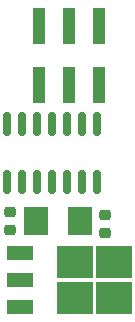
<source format=gbr>
%TF.GenerationSoftware,KiCad,Pcbnew,(6.0.9)*%
%TF.CreationDate,2022-11-21T17:19:19+00:00*%
%TF.ProjectId,DLSB-DRIVERBOARD-V1,444c5342-2d44-4524-9956-4552424f4152,rev?*%
%TF.SameCoordinates,Original*%
%TF.FileFunction,Paste,Top*%
%TF.FilePolarity,Positive*%
%FSLAX46Y46*%
G04 Gerber Fmt 4.6, Leading zero omitted, Abs format (unit mm)*
G04 Created by KiCad (PCBNEW (6.0.9)) date 2022-11-21 17:19:19*
%MOMM*%
%LPD*%
G01*
G04 APERTURE LIST*
G04 Aperture macros list*
%AMRoundRect*
0 Rectangle with rounded corners*
0 $1 Rounding radius*
0 $2 $3 $4 $5 $6 $7 $8 $9 X,Y pos of 4 corners*
0 Add a 4 corners polygon primitive as box body*
4,1,4,$2,$3,$4,$5,$6,$7,$8,$9,$2,$3,0*
0 Add four circle primitives for the rounded corners*
1,1,$1+$1,$2,$3*
1,1,$1+$1,$4,$5*
1,1,$1+$1,$6,$7*
1,1,$1+$1,$8,$9*
0 Add four rect primitives between the rounded corners*
20,1,$1+$1,$2,$3,$4,$5,0*
20,1,$1+$1,$4,$5,$6,$7,0*
20,1,$1+$1,$6,$7,$8,$9,0*
20,1,$1+$1,$8,$9,$2,$3,0*%
G04 Aperture macros list end*
%ADD10RoundRect,0.225000X0.250000X-0.225000X0.250000X0.225000X-0.250000X0.225000X-0.250000X-0.225000X0*%
%ADD11R,1.000000X3.150000*%
%ADD12RoundRect,0.150000X0.150000X-0.825000X0.150000X0.825000X-0.150000X0.825000X-0.150000X-0.825000X0*%
%ADD13R,3.050000X2.750000*%
%ADD14R,2.200000X1.200000*%
%ADD15R,2.000000X2.400000*%
G04 APERTURE END LIST*
D10*
%TO.C,C4*%
X3000000Y-6000000D03*
X3000000Y-4450000D03*
%TD*%
%TO.C,C3*%
X-5000000Y-5775000D03*
X-5000000Y-4225000D03*
%TD*%
D11*
%TO.C,J1*%
X2540000Y11525000D03*
X2540000Y6475000D03*
X0Y11525000D03*
X0Y6475000D03*
X-2540000Y11525000D03*
X-2540000Y6475000D03*
%TD*%
D12*
%TO.C,U1*%
X-5310000Y3225000D03*
X-4040000Y3225000D03*
X-2770000Y3225000D03*
X-1500000Y3225000D03*
X-230000Y3225000D03*
X1040000Y3225000D03*
X2310000Y3225000D03*
X2310000Y-1725000D03*
X1040000Y-1725000D03*
X-230000Y-1725000D03*
X-1500000Y-1725000D03*
X-2770000Y-1725000D03*
X-4040000Y-1725000D03*
X-5310000Y-1725000D03*
%TD*%
D13*
%TO.C,Q2*%
X425000Y-11525000D03*
X3775000Y-11525000D03*
X3775000Y-8475000D03*
X425000Y-8475000D03*
D14*
X-4200000Y-7720000D03*
X-4200000Y-10000000D03*
X-4200000Y-12280000D03*
%TD*%
D15*
%TO.C,Y1*%
X-2850000Y-5000000D03*
X850000Y-5000000D03*
%TD*%
M02*

</source>
